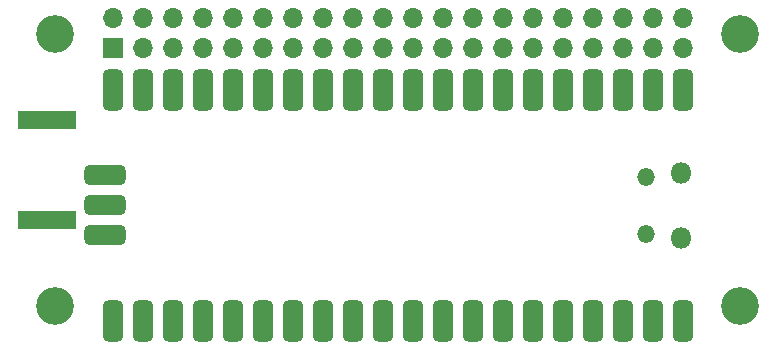
<source format=gbr>
%TF.GenerationSoftware,KiCad,Pcbnew,8.0.1*%
%TF.CreationDate,2024-03-28T06:54:54+07:00*%
%TF.ProjectId,ADC_pHAT,4144435f-7048-4415-942e-6b696361645f,rev?*%
%TF.SameCoordinates,PX5cbead0PY56c8cc0*%
%TF.FileFunction,Soldermask,Top*%
%TF.FilePolarity,Negative*%
%FSLAX46Y46*%
G04 Gerber Fmt 4.6, Leading zero omitted, Abs format (unit mm)*
G04 Created by KiCad (PCBNEW 8.0.1) date 2024-03-28 06:54:54*
%MOMM*%
%LPD*%
G01*
G04 APERTURE LIST*
G04 Aperture macros list*
%AMRoundRect*
0 Rectangle with rounded corners*
0 $1 Rounding radius*
0 $2 $3 $4 $5 $6 $7 $8 $9 X,Y pos of 4 corners*
0 Add a 4 corners polygon primitive as box body*
4,1,4,$2,$3,$4,$5,$6,$7,$8,$9,$2,$3,0*
0 Add four circle primitives for the rounded corners*
1,1,$1+$1,$2,$3*
1,1,$1+$1,$4,$5*
1,1,$1+$1,$6,$7*
1,1,$1+$1,$8,$9*
0 Add four rect primitives between the rounded corners*
20,1,$1+$1,$2,$3,$4,$5,0*
20,1,$1+$1,$4,$5,$6,$7,0*
20,1,$1+$1,$6,$7,$8,$9,0*
20,1,$1+$1,$8,$9,$2,$3,0*%
G04 Aperture macros list end*
%ADD10R,1.700000X1.700000*%
%ADD11O,1.700000X1.700000*%
%ADD12C,3.200000*%
%ADD13O,1.800000X1.800000*%
%ADD14O,1.500000X1.500000*%
%ADD15RoundRect,0.425000X-0.425000X1.325000X-0.425000X-1.325000X0.425000X-1.325000X0.425000X1.325000X0*%
%ADD16RoundRect,0.425000X-1.325000X-0.425000X1.325000X-0.425000X1.325000X0.425000X-1.325000X0.425000X0*%
%ADD17R,4.900000X1.600000*%
G04 APERTURE END LIST*
D10*
%TO.C,J2*%
X8375000Y25050000D03*
D11*
X8375000Y27590000D03*
X10915000Y25050000D03*
X10915000Y27590000D03*
X13455000Y25050000D03*
X13455000Y27590000D03*
X15995000Y25050000D03*
X15995000Y27590000D03*
X18535000Y25050000D03*
X18535000Y27590000D03*
X21075000Y25050000D03*
X21075000Y27590000D03*
X23615000Y25050000D03*
X23615000Y27590000D03*
X26155000Y25050000D03*
X26155000Y27590000D03*
X28695000Y25050000D03*
X28695000Y27590000D03*
X31235000Y25050000D03*
X31235000Y27590000D03*
X33775000Y25050000D03*
X33775000Y27590000D03*
X36315000Y25050000D03*
X36315000Y27590000D03*
X38855000Y25050000D03*
X38855000Y27590000D03*
X41395000Y25050000D03*
X41395000Y27590000D03*
X43935000Y25050000D03*
X43935000Y27590000D03*
X46475000Y25050000D03*
X46475000Y27590000D03*
X49015000Y25050000D03*
X49015000Y27590000D03*
X51555000Y25050000D03*
X51555000Y27590000D03*
X54095000Y25050000D03*
X54095000Y27590000D03*
X56635000Y25050000D03*
X56635000Y27590000D03*
%TD*%
D12*
%TO.C,REF\u002A\u002A*%
X61500000Y3250000D03*
%TD*%
%TO.C,REF\u002A\u002A*%
X3500000Y3250000D03*
%TD*%
D13*
%TO.C,U1*%
X56500000Y14475000D03*
D14*
X53470000Y14175000D03*
X53470000Y9325000D03*
D13*
X56500000Y9025000D03*
D15*
X56630000Y21540000D03*
X54090000Y21540000D03*
X51550000Y21540000D03*
X49010000Y21540000D03*
X46470000Y21540000D03*
X43930000Y21540000D03*
X41390000Y21540000D03*
X38850000Y21540000D03*
X36310000Y21540000D03*
X33770000Y21540000D03*
X31230000Y21540000D03*
X28690000Y21540000D03*
X26150000Y21540000D03*
X23610000Y21540000D03*
X21070000Y21540000D03*
X18530000Y21540000D03*
X15990000Y21540000D03*
X13450000Y21540000D03*
X10910000Y21540000D03*
X8370000Y21540000D03*
X8370000Y1960000D03*
X10910000Y1960000D03*
X13450000Y1960000D03*
X15990000Y1960000D03*
X18530000Y1960000D03*
X21070000Y1960000D03*
X23610000Y1960000D03*
X26150000Y1960000D03*
X28690000Y1960000D03*
X31230000Y1960000D03*
X33770000Y1960000D03*
X36310000Y1960000D03*
X38850000Y1960000D03*
X41390000Y1960000D03*
X43930000Y1960000D03*
X46470000Y1960000D03*
X49010000Y1960000D03*
X51550000Y1960000D03*
X54090000Y1960000D03*
X56630000Y1960000D03*
D16*
X7700000Y14290000D03*
X7700000Y11750000D03*
X7700000Y9210000D03*
%TD*%
D12*
%TO.C,REF\u002A\u002A*%
X61500000Y26250000D03*
%TD*%
%TO.C,REF\u002A\u002A*%
X3500000Y26250000D03*
%TD*%
D17*
%TO.C,J1*%
X2825000Y19000000D03*
X2825000Y10500000D03*
%TD*%
M02*

</source>
